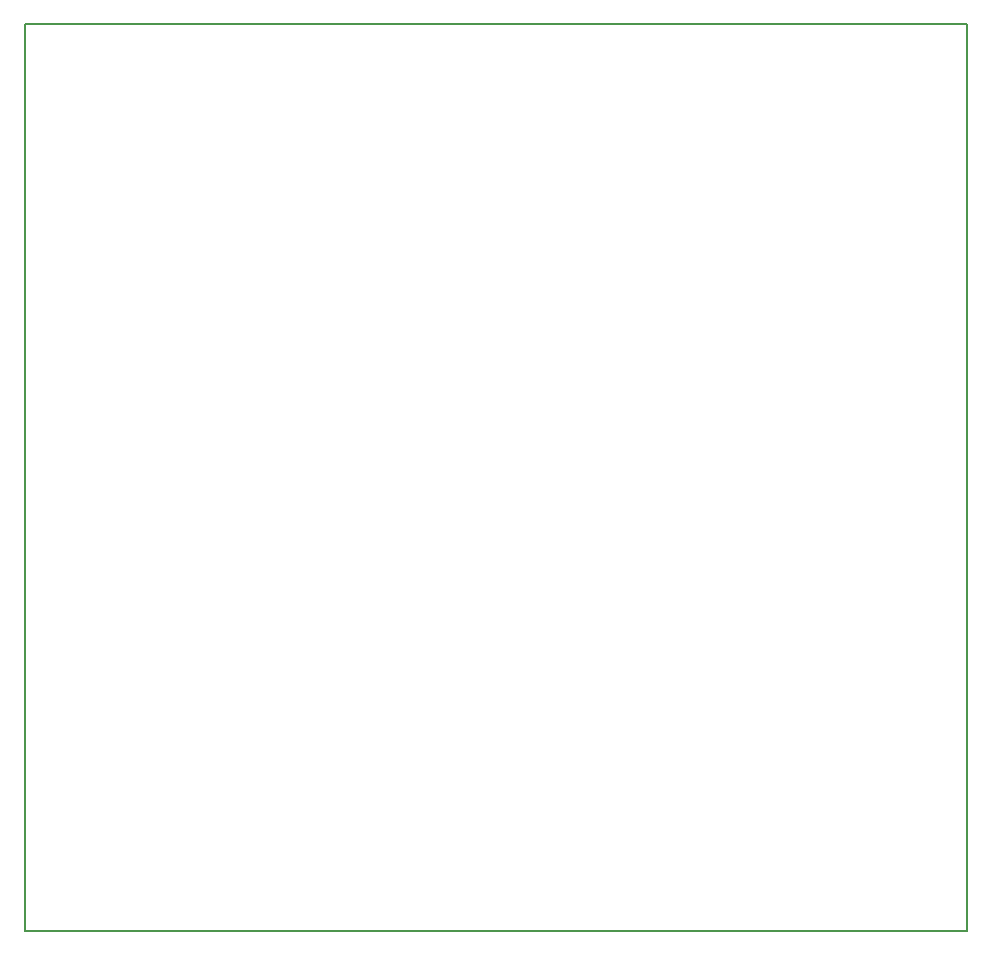
<source format=gm1>
G04 MADE WITH FRITZING*
G04 WWW.FRITZING.ORG*
G04 DOUBLE SIDED*
G04 HOLES PLATED*
G04 CONTOUR ON CENTER OF CONTOUR VECTOR*
%ASAXBY*%
%FSLAX23Y23*%
%MOIN*%
%OFA0B0*%
%SFA1.0B1.0*%
%ADD10R,3.149610X3.031500*%
%ADD11C,0.008000*%
%ADD10C,0.008*%
%LNCONTOUR*%
G90*
G70*
G54D10*
G54D11*
X4Y3028D02*
X3146Y3028D01*
X3146Y4D01*
X4Y4D01*
X4Y3028D01*
D02*
G04 End of contour*
M02*
</source>
